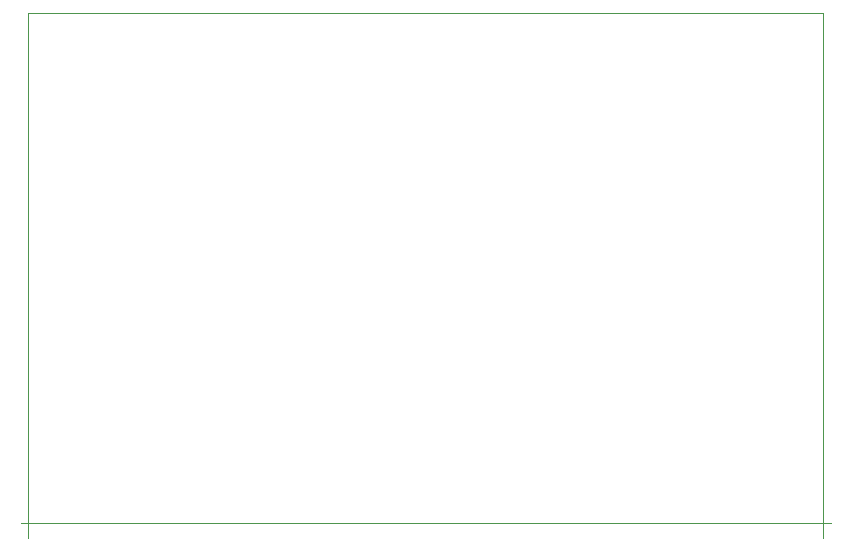
<source format=gbr>
%TF.GenerationSoftware,KiCad,Pcbnew,(6.0.5)*%
%TF.CreationDate,2022-06-12T23:50:42+02:00*%
%TF.ProjectId,power,706f7765-722e-46b6-9963-61645f706362,rev?*%
%TF.SameCoordinates,Original*%
%TF.FileFunction,Profile,NP*%
%FSLAX46Y46*%
G04 Gerber Fmt 4.6, Leading zero omitted, Abs format (unit mm)*
G04 Created by KiCad (PCBNEW (6.0.5)) date 2022-06-12 23:50:42*
%MOMM*%
%LPD*%
G01*
G04 APERTURE LIST*
%TA.AperFunction,Profile*%
%ADD10C,0.100000*%
%TD*%
G04 APERTURE END LIST*
D10*
X36830000Y-48260000D02*
X36830000Y-92710000D01*
X36195000Y-91440000D02*
X104775000Y-91440000D01*
X104140000Y-92710000D02*
X104140000Y-48260000D01*
X36830000Y-48260000D02*
X104140000Y-48260000D01*
M02*

</source>
